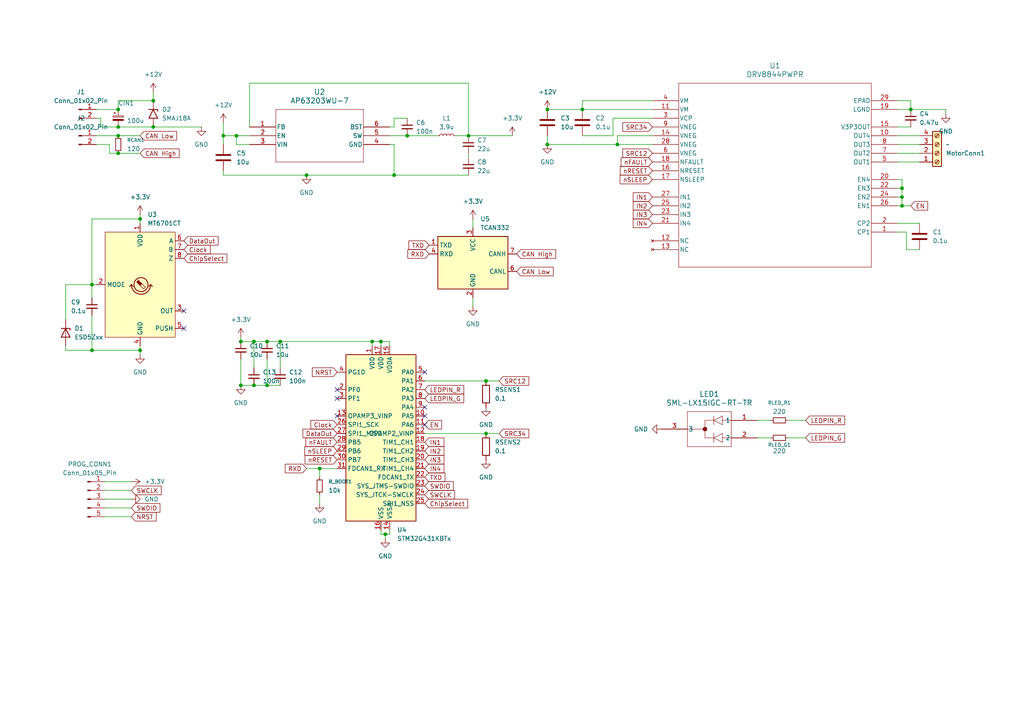
<source format=kicad_sch>
(kicad_sch (version 20250114) (generator "eeschema") (generator_version "9.0")
  (paper "A4")
  (lib_symbols
    (symbol "2026-01-14_19-35-40:DRV8844PWPR" (pin_names (offset 0.254))
      (property "Reference" "U" (at 35.56 10.16 0))
      (property "Value" "DRV8844PWPR" (at 35.56 7.62 0))
      (symbol "DRV8844PWPR_0_1"
        (polyline (pts (xy 7.62 5.08) (xy 7.62 -48.26)) (stroke (width 0.127)))
        (polyline (pts (xy 7.62 -48.26) (xy 63.5 -48.26)) (stroke (width 0.127)))
        (polyline (pts (xy 63.5 5.08) (xy 7.62 5.08)) (stroke (width 0.127)))
        (polyline (pts (xy 63.5 -48.26) (xy 63.5 5.08)) (stroke (width 0.127)))
        (pin power_in line (at 0 0 0) (length 7.62) (name "VM") (number "4"))
        (pin power_in line (at 0 -2.54 0) (length 7.62) (name "VM") (number "11"))
        (pin bidirectional line (at 0 -5.08 0) (length 7.62) (name "VCP") (number "3"))
        (pin power_in line (at 0 -7.62 0) (length 7.62) (name "VNEG") (number "9"))
        (pin power_in line (at 0 -10.16 0) (length 7.62) (name "VNEG") (number "14"))
        (pin power_in line (at 0 -12.7 0) (length 7.62) (name "VNEG") (number "28"))
        (pin power_in line (at 0 -15.24 0) (length 7.62) (name "VNEG") (number "6"))
        (pin output line (at 0 -17.78 0) (length 7.62) (name "NFAULT") (number "18"))
        (pin input line (at 0 -20.32 0) (length 7.62) (name "NRESET") (number "16"))
        (pin input line (at 0 -22.86 0) (length 7.62) (name "NSLEEP") (number "17"))
        (pin input line (at 0 -27.94 0) (length 7.62) (name "IN1") (number "27"))
        (pin input line (at 0 -30.48 0) (length 7.62) (name "IN2") (number "25"))
        (pin input line (at 0 -33.02 0) (length 7.62) (name "IN3") (number "23"))
        (pin input line (at 0 -35.56 0) (length 7.62) (name "IN4") (number "21"))
        (pin no_connect line (at 0 -40.64 0) (length 7.62) (name "NC") (number "12"))
        (pin no_connect line (at 0 -43.18 0) (length 7.62) (name "NC") (number "13"))
        (pin unspecified line (at 71.12 0 180) (length 7.62) (name "EPAD") (number "29"))
        (pin input line (at 71.12 -2.54 180) (length 7.62) (name "LGND") (number "19"))
        (pin output line (at 71.12 -7.62 180) (length 7.62) (name "V3P3OUT") (number "15"))
        (pin output line (at 71.12 -10.16 180) (length 7.62) (name "OUT4") (number "10"))
        (pin output line (at 71.12 -12.7 180) (length 7.62) (name "OUT3") (number "8"))
        (pin output line (at 71.12 -15.24 180) (length 7.62) (name "OUT2") (number "7"))
        (pin output line (at 71.12 -17.78 180) (length 7.62) (name "OUT1") (number "5"))
        (pin input line (at 71.12 -22.86 180) (length 7.62) (name "EN4") (number "20"))
        (pin input line (at 71.12 -25.4 180) (length 7.62) (name "EN3") (number "22"))
        (pin input line (at 71.12 -27.94 180) (length 7.62) (name "EN2") (number "24"))
        (pin input line (at 71.12 -30.48 180) (length 7.62) (name "EN1") (number "26"))
        (pin bidirectional line (at 71.12 -35.56 180) (length 7.62) (name "CP2") (number "2"))
        (pin bidirectional line (at 71.12 -38.1 180) (length 7.62) (name "CP1") (number "1"))
      )
    )
    (symbol "2026-01-14_20-50-36:AP63203WU-7" (pin_names (offset 0.254))
      (property "Reference" "U" (at 20.32 10.16 0))
      (property "Value" "AP63203WU-7" (at 20.32 7.62 0))
      (symbol "AP63203WU-7_0_1"
        (polyline (pts (xy 7.62 5.08) (xy 7.62 -10.16)) (stroke (width 0.127)))
        (polyline (pts (xy 7.62 -10.16) (xy 33.02 -10.16)) (stroke (width 0.127)))
        (polyline (pts (xy 33.02 5.08) (xy 7.62 5.08)) (stroke (width 0.127)))
        (polyline (pts (xy 33.02 -10.16) (xy 33.02 5.08)) (stroke (width 0.127)))
        (pin output line (at 0 0 0) (length 7.62) (name "FB") (number "1"))
        (pin input line (at 0 -2.54 0) (length 7.62) (name "EN") (number "2"))
        (pin power_in line (at 0 -5.08 0) (length 7.62) (name "VIN") (number "3"))
        (pin input line (at 40.64 0 180) (length 7.62) (name "BST") (number "6"))
        (pin output line (at 40.64 -2.54 180) (length 7.62) (name "SW") (number "5"))
        (pin power_out line (at 40.64 -5.08 180) (length 7.62) (name "GND") (number "4"))
      )
    )
    (symbol "2026-01-16_19-06-09:SML-LX15IGC-TR" (pin_names (offset 0.254))
      (property "Reference" "LED?" (at 13.97 10.16 0))
      (property "Value" "SML-LX15IGC-TR" (at 13.97 7.62 0))
      (symbol "SML-LX15IGC-TR_0_1"
        (polyline (pts (xy 7.62 5.08) (xy 7.62 -5.08)) (stroke (width 0.127)))
        (polyline (pts (xy 7.62 0) (xy 12.7 0)) (stroke (width 0.127)))
        (polyline (pts (xy 7.62 -5.08) (xy 20.32 -5.08)) (stroke (width 0.127)))
        (polyline (pts (xy 12.7 2.54) (xy 15.24 2.54)) (stroke (width 0.127)))
        (circle (center 12.7 0) (radius 0.127) (stroke (width 0.508)))
        (polyline (pts (xy 12.7 -2.54) (xy 12.7 2.54)) (stroke (width 0.127)))
        (polyline (pts (xy 12.7 -2.54) (xy 15.24 -2.54)) (stroke (width 0.127)))
        (polyline (pts (xy 15.24 2.54) (xy 17.78 3.81)) (stroke (width 0.127)))
        (polyline (pts (xy 15.24 1.27) (xy 15.24 3.81)) (stroke (width 0.127)))
        (polyline (pts (xy 15.24 -1.27) (xy 15.24 -3.81)) (stroke (width 0.127)))
        (polyline (pts (xy 15.24 -2.54) (xy 17.78 -1.27)) (stroke (width 0.127)))
        (polyline (pts (xy 17.78 3.81) (xy 17.78 1.27)) (stroke (width 0.127)))
        (polyline (pts (xy 17.78 1.27) (xy 15.24 2.54)) (stroke (width 0.127)))
        (polyline (pts (xy 17.78 -1.27) (xy 17.78 -3.81)) (stroke (width 0.127)))
        (polyline (pts (xy 17.78 -3.81) (xy 15.24 -2.54)) (stroke (width 0.127)))
        (polyline (pts (xy 20.32 5.08) (xy 7.62 5.08)) (stroke (width 0.127)))
        (polyline (pts (xy 20.32 2.54) (xy 17.78 2.54)) (stroke (width 0.127)))
        (polyline (pts (xy 20.32 -2.54) (xy 17.78 -2.54)) (stroke (width 0.127)))
        (polyline (pts (xy 20.32 -5.08) (xy 20.32 5.08)) (stroke (width 0.127)))
        (pin unspecified line (at 0 0 0) (length 7.62) (name "3") (number "3"))
        (pin unspecified line (at 27.94 2.54 180) (length 7.62) (name "1") (number "1"))
        (pin unspecified line (at 27.94 -2.54 180) (length 7.62) (name "2") (number "2"))
      )
    )
    (symbol "Connector:Conn_01x02_Pin" (pin_names (offset 1.016) (hide yes))
      (property "Reference" "J" (at 0 2.54 0))
      (property "Value" "Conn_01x02_Pin" (at 0 -5.08 0))
      (symbol "Conn_01x02_Pin_1_1"
        (rectangle (start 0.8636 0.127) (end 0 -0.127) (stroke (width 0.1524)) (fill (type outline)))
        (rectangle (start 0.8636 -2.413) (end 0 -2.667) (stroke (width 0.1524)) (fill (type outline)))
        (polyline (pts (xy 1.27 0) (xy 0.8636 0)) (stroke (width 0.1524)))
        (polyline (pts (xy 1.27 -2.54) (xy 0.8636 -2.54)) (stroke (width 0.1524)))
        (pin passive line (at 5.08 0 180) (length 3.81) (name "Pin_1") (number "1"))
        (pin passive line (at 5.08 -2.54 180) (length 3.81) (name "Pin_2") (number "2"))
      )
    )
    (symbol "Connector:Conn_01x05_Pin" (pin_names (offset 1.016) (hide yes))
      (property "Reference" "J" (at 0 7.62 0))
      (property "Value" "Conn_01x05_Pin" (at 0 -7.62 0))
      (symbol "Conn_01x05_Pin_1_1"
        (rectangle (start 0.8636 5.207) (end 0 4.953) (stroke (width 0.1524)) (fill (type outline)))
        (rectangle (start 0.8636 2.667) (end 0 2.413) (stroke (width 0.1524)) (fill (type outline)))
        (rectangle (start 0.8636 0.127) (end 0 -0.127) (stroke (width 0.1524)) (fill (type outline)))
        (rectangle (start 0.8636 -2.413) (end 0 -2.667) (stroke (width 0.1524)) (fill (type outline)))
        (rectangle (start 0.8636 -4.953) (end 0 -5.207) (stroke (width 0.1524)) (fill (type outline)))
        (polyline (pts (xy 1.27 5.08) (xy 0.8636 5.08)) (stroke (width 0.1524)))
        (polyline (pts (xy 1.27 2.54) (xy 0.8636 2.54)) (stroke (width 0.1524)))
        (polyline (pts (xy 1.27 0) (xy 0.8636 0)) (stroke (width 0.1524)))
        (polyline (pts (xy 1.27 -2.54) (xy 0.8636 -2.54)) (stroke (width 0.1524)))
        (polyline (pts (xy 1.27 -5.08) (xy 0.8636 -5.08)) (stroke (width 0.1524)))
        (pin passive line (at 5.08 5.08 180) (length 3.81) (name "Pin_1") (number "1"))
        (pin passive line (at 5.08 2.54 180) (length 3.81) (name "Pin_2") (number "2"))
        (pin passive line (at 5.08 0 180) (length 3.81) (name "Pin_3") (number "3"))
        (pin passive line (at 5.08 -2.54 180) (length 3.81) (name "Pin_4") (number "4"))
        (pin passive line (at 5.08 -5.08 180) (length 3.81) (name "Pin_5") (number "5"))
      )
    )
    (symbol "Connector:Screw_Terminal_01x04" (pin_names (offset 1.016) (hide yes))
      (property "Reference" "J" (at 0 5.08 0))
      (property "Value" "Screw_Terminal_01x04" (at 0 -7.62 0))
      (symbol "Screw_Terminal_01x04_1_1"
        (rectangle (start -1.27 3.81) (end 1.27 -6.35) (stroke (width 0.254)) (fill (type background)))
        (polyline (pts (xy -0.5334 2.8702) (xy 0.3302 2.032)) (stroke (width 0.1524)))
        (polyline (pts (xy -0.5334 0.3302) (xy 0.3302 -0.508)) (stroke (width 0.1524)))
        (polyline (pts (xy -0.5334 -2.2098) (xy 0.3302 -3.048)) (stroke (width 0.1524)))
        (polyline (pts (xy -0.5334 -4.7498) (xy 0.3302 -5.588)) (stroke (width 0.1524)))
        (polyline (pts (xy -0.3556 3.048) (xy 0.508 2.2098)) (stroke (width 0.1524)))
        (polyline (pts (xy -0.3556 0.508) (xy 0.508 -0.3302)) (stroke (width 0.1524)))
        (polyline (pts (xy -0.3556 -2.032) (xy 0.508 -2.8702)) (stroke (width 0.1524)))
        (polyline (pts (xy -0.3556 -4.572) (xy 0.508 -5.4102)) (stroke (width 0.1524)))
        (circle (center 0 2.54) (radius 0.635) (stroke (width 0.1524)))
        (circle (center 0 0) (radius 0.635) (stroke (width 0.1524)))
        (circle (center 0 -2.54) (radius 0.635) (stroke (width 0.1524)))
        (circle (center 0 -5.08) (radius 0.635) (stroke (width 0.1524)))
        (pin passive line (at -5.08 2.54 0) (length 3.81) (name "Pin_1") (number "1"))
        (pin passive line (at -5.08 0 0) (length 3.81) (name "Pin_2") (number "2"))
        (pin passive line (at -5.08 -2.54 0) (length 3.81) (name "Pin_3") (number "3"))
        (pin passive line (at -5.08 -5.08 0) (length 3.81) (name "Pin_4") (number "4"))
      )
    )
    (symbol "Device:C" (pin_numbers (hide yes)) (pin_names (offset 0.254))
      (property "Reference" "C" (at 0.635 2.54 0))
      (property "Value" "C" (at 0.635 -2.54 0))
      (symbol "C_0_1"
        (polyline (pts (xy -2.032 0.762) (xy 2.032 0.762)) (stroke (width 0.508)))
        (polyline (pts (xy -2.032 -0.762) (xy 2.032 -0.762)) (stroke (width 0.508)))
      )
      (symbol "C_1_1"
        (pin passive line (at 0 3.81 270) (length 2.794) (name "~") (number "1"))
        (pin passive line (at 0 -3.81 90) (length 2.794) (name "~") (number "2"))
      )
    )
    (symbol "Device:C_Polarized_Small" (pin_numbers (hide yes)) (pin_names (offset 0.254) (hide yes))
      (property "Reference" "C" (at 0.254 1.778 0))
      (property "Value" "C_Polarized_Small" (at 0.254 -2.032 0))
      (symbol "C_Polarized_Small_0_1"
        (rectangle (start -1.524 0.6858) (end 1.524 0.3048))
        (rectangle (start -1.524 -0.3048) (end 1.524 -0.6858) (fill (type outline)))
        (polyline (pts (xy -1.27 1.524) (xy -0.762 1.524)))
        (polyline (pts (xy -1.016 1.27) (xy -1.016 1.778)))
      )
      (symbol "C_Polarized_Small_1_1"
        (pin passive line (at 0 2.54 270) (length 1.8542) (name "~") (number "1"))
        (pin passive line (at 0 -2.54 90) (length 1.8542) (name "~") (number "2"))
      )
    )
    (symbol "Device:C_Small" (pin_numbers (hide yes)) (pin_names (offset 0.254) (hide yes))
      (property "Reference" "C" (at 0.254 1.778 0))
      (property "Value" "C_Small" (at 0.254 -2.032 0))
      (symbol "C_Small_0_1"
        (polyline (pts (xy -1.524 0.508) (xy 1.524 0.508)) (stroke (width 0.3048)))
        (polyline (pts (xy -1.524 -0.508) (xy 1.524 -0.508)) (stroke (width 0.3302)))
      )
      (symbol "C_Small_1_1"
        (pin passive line (at 0 2.54 270) (length 2.032) (name "~") (number "1"))
        (pin passive line (at 0 -2.54 90) (length 2.032) (name "~") (number "2"))
      )
    )
    (symbol "Device:L_Small" (pin_numbers (hide yes)) (pin_names (offset 0.254) (hide yes))
      (property "Reference" "L" (at 0.762 1.016 0))
      (property "Value" "L_Small" (at 0.762 -1.016 0))
      (symbol "L_Small_0_1"
        (arc (start 0 2.032) (mid 0.5058 1.524) (end 0 1.016))
        (arc (start 0 1.016) (mid 0.5058 0.508) (end 0 0))
        (arc (start 0 0) (mid 0.5058 -0.508) (end 0 -1.016))
        (arc (start 0 -1.016) (mid 0.5058 -1.524) (end 0 -2.032))
      )
      (symbol "L_Small_1_1"
        (pin passive line (at 0 2.54 270) (length 0.508) (name "~") (number "1"))
        (pin passive line (at 0 -2.54 90) (length 0.508) (name "~") (number "2"))
      )
    )
    (symbol "Device:R" (pin_numbers (hide yes)) (pin_names (offset 0))
      (property "Reference" "R" (at 2.032 0 90))
      (property "Value" "R" (at 0 0 90))
      (symbol "R_0_1"
        (rectangle (start -1.016 -2.54) (end 1.016 2.54) (stroke (width 0.254)))
      )
      (symbol "R_1_1"
        (pin passive line (at 0 3.81 270) (length 1.27) (name "~") (number "1"))
        (pin passive line (at 0 -3.81 90) (length 1.27) (name "~") (number "2"))
      )
    )
    (symbol "Device:R_Small" (pin_numbers (hide yes)) (pin_names (offset 0.254) (hide yes))
      (property "Reference" "R" (at 0 0 90))
      (property "Value" "R_Small" (at 1.778 0 90))
      (symbol "R_Small_0_1"
        (rectangle (start -0.762 1.778) (end 0.762 -1.778) (stroke (width 0.2032)))
      )
      (symbol "R_Small_1_1"
        (pin passive line (at 0 2.54 270) (length 0.762) (name "~") (number "1"))
        (pin passive line (at 0 -2.54 90) (length 0.762) (name "~") (number "2"))
      )
    )
    (symbol "Diode:ESD5Zxx" (pin_numbers (hide yes)) (pin_names (hide yes))
      (property "Reference" "D" (at 0 2.54 0))
      (property "Value" "ESD5Zxx" (at 0 -2.54 0))
      (symbol "ESD5Zxx_0_1"
        (polyline (pts (xy -1.27 -1.27) (xy -1.27 1.27) (xy -0.762 1.27)) (stroke (width 0.254)))
        (polyline (pts (xy 1.27 0) (xy -1.27 0)))
        (polyline (pts (xy 1.27 -1.27) (xy 1.27 1.27) (xy -1.27 0) (xy 1.27 -1.27)) (stroke (width 0.254)))
      )
      (symbol "ESD5Zxx_1_1"
        (pin passive line (at -3.81 0 0) (length 2.54) (name "K") (number "1"))
        (pin passive line (at 3.81 0 180) (length 2.54) (name "A") (number "2"))
      )
    )
    (symbol "Diode:SMAJ18A" (pin_numbers (hide yes)) (pin_names (offset 1.016) (hide yes))
      (property "Reference" "D" (at 0 2.54 0))
      (property "Value" "SMAJ18A" (at 0 -2.54 0))
      (symbol "SMAJ18A_0_1"
        (polyline (pts (xy -0.762 1.27) (xy -1.27 1.27) (xy -1.27 -1.27)) (stroke (width 0.254)))
        (polyline (pts (xy 1.27 1.27) (xy 1.27 -1.27) (xy -1.27 0) (xy 1.27 1.27)) (stroke (width 0.254)))
      )
      (symbol "SMAJ18A_1_1"
        (pin passive line (at -3.81 0 0) (length 2.54) (name "A1") (number "1"))
        (pin passive line (at 3.81 0 180) (length 2.54) (name "A2") (number "2"))
      )
    )
    (symbol "Interface_CAN_LIN:TCAN332"
      (property "Reference" "U" (at -10.16 8.89 0))
      (property "Value" "TCAN332" (at 2.54 8.89 0))
      (symbol "TCAN332_0_1"
        (rectangle (start -10.16 7.62) (end 10.16 -7.62) (stroke (width 0.254)) (fill (type background)))
      )
      (symbol "TCAN332_1_1"
        (pin input line (at -12.7 5.08 0) (length 2.54) (name "TXD") (number "1"))
        (pin tri_state line (at -12.7 2.54 0) (length 2.54) (name "RXD") (number "4"))
        (pin no_connect line (at -10.16 -2.54 0) (length 2.54) (hide yes) (name "NC") (number "5"))
        (pin no_connect line (at -10.16 -5.08 0) (length 2.54) (hide yes) (name "NC") (number "8"))
        (pin power_in line (at 0 10.16 270) (length 2.54) (name "VCC") (number "3"))
        (pin power_in line (at 0 -10.16 90) (length 2.54) (name "GND") (number "2"))
        (pin bidirectional line (at 12.7 2.54 180) (length 2.54) (name "CANH") (number "7"))
        (pin bidirectional line (at 12.7 -2.54 180) (length 2.54) (name "CANL") (number "6"))
      )
    )
    (symbol "MCU_ST_STM32G4:STM32G431KBTx"
      (property "Reference" "U" (at -10.16 26.67 0))
      (property "Value" "STM32G431KBTx" (at 5.08 26.67 0))
      (symbol "STM32G431KBTx_0_1"
        (rectangle (start -10.16 -22.86) (end 10.16 25.4) (stroke (width 0.254)) (fill (type background)))
      )
      (symbol "STM32G431KBTx_1_1"
        (pin bidirectional line (at -12.7 20.32 0) (length 2.54) (name "PG10") (number "4"))
        (pin bidirectional line (at -12.7 15.24 0) (length 2.54) (name "PF0") (number "2"))
        (pin bidirectional line (at -12.7 12.7 0) (length 2.54) (name "PF1") (number "3"))
        (pin bidirectional line (at -12.7 7.62 0) (length 2.54) (name "PB0") (number "13") (alternate "OPAMP2_VINP" bidirectional line) (alternate "OPAMP3_VINP" bidirectional line))
        (pin bidirectional line (at -12.7 5.08 0) (length 2.54) (name "PB3") (number "26") (alternate "SPI1_SCK" bidirectional line))
        (pin bidirectional line (at -12.7 2.54 0) (length 2.54) (name "PB4") (number "27") (alternate "SPI1_MISO" bidirectional line))
        (pin bidirectional line (at -12.7 0 0) (length 2.54) (name "PB5") (number "28"))
        (pin bidirectional line (at -12.7 -2.54 0) (length 2.54) (name "PB6") (number "29"))
        (pin bidirectional line (at -12.7 -5.08 0) (length 2.54) (name "PB7") (number "30"))
        (pin bidirectional line (at -12.7 -7.62 0) (length 2.54) (name "PB8") (number "31") (alternate "FDCAN1_RX" bidirectional line))
        (pin power_in line (at -2.54 27.94 270) (length 2.54) (name "VDD") (number "1"))
        (pin power_in line (at 0 27.94 270) (length 2.54) (name "VDD") (number "17"))
        (pin power_in line (at 0 -25.4 90) (length 2.54) (name "VSS") (number "16"))
        (pin passive line (at 0 -25.4 90) (length 2.54) (hide yes) (name "VSS") (number "32"))
        (pin power_in line (at 2.54 27.94 270) (length 2.54) (name "VDDA") (number "15"))
        (pin power_in line (at 2.54 -25.4 90) (length 2.54) (name "VSSA") (number "14"))
        (pin bidirectional line (at 12.7 20.32 180) (length 2.54) (name "PA0") (number "5"))
        (pin bidirectional line (at 12.7 17.78 180) (length 2.54) (name "PA1") (number "6") (alternate "OPAMP3_VINP" bidirectional line))
        (pin bidirectional line (at 12.7 15.24 180) (length 2.54) (name "PA2") (number "7"))
        (pin bidirectional line (at 12.7 12.7 180) (length 2.54) (name "PA3") (number "8"))
        (pin bidirectional line (at 12.7 10.16 180) (length 2.54) (name "PA4") (number "9") (alternate "SPI1_NSS" bidirectional line))
        (pin bidirectional line (at 12.7 7.62 180) (length 2.54) (name "PA5") (number "10") (alternate "SPI1_SCK" bidirectional line))
        (pin bidirectional line (at 12.7 5.08 180) (length 2.54) (name "PA6") (number "11") (alternate "SPI1_MISO" bidirectional line))
        (pin bidirectional line (at 12.7 2.54 180) (length 2.54) (name "PA7") (number "12") (alternate "OPAMP2_VINP" bidirectional line))
        (pin bidirectional line (at 12.7 0 180) (length 2.54) (name "PA8") (number "18") (alternate "TIM1_CH1" bidirectional line))
        (pin bidirectional line (at 12.7 -2.54 180) (length 2.54) (name "PA9") (number "19") (alternate "TIM1_CH2" bidirectional line))
        (pin bidirectional line (at 12.7 -5.08 180) (length 2.54) (name "PA10") (number "20") (alternate "TIM1_CH3" bidirectional line))
        (pin bidirectional line (at 12.7 -7.62 180) (length 2.54) (name "PA11") (number "21") (alternate "FDCAN1_RX" bidirectional line) (alternate "TIM1_CH4" bidirectional line))
        (pin bidirectional line (at 12.7 -10.16 180) (length 2.54) (name "PA12") (number "22") (alternate "FDCAN1_TX" bidirectional line))
        (pin bidirectional line (at 12.7 -12.7 180) (length 2.54) (name "PA13") (number "23") (alternate "SYS_JTMS-SWDIO" bidirectional line))
        (pin bidirectional line (at 12.7 -15.24 180) (length 2.54) (name "PA14") (number "24") (alternate "SYS_JTCK-SWCLK" bidirectional line))
        (pin bidirectional line (at 12.7 -17.78 180) (length 2.54) (name "PA15") (number "25") (alternate "SPI1_NSS" bidirectional line))
      )
    )
    (symbol "Sensor_Magnetic:MT6701CT"
      (property "Reference" "U" (at -9.6632 16.4397 0))
      (property "Value" "MT6701CT" (at 5.5155 16.4397 0))
      (symbol "MT6701CT_0_1"
        (polyline (pts (xy -2.54 0) (xy -3.048 -0.508)) (stroke (width 0.254)))
        (polyline (pts (xy -2.54 0) (xy -2.032 -0.508)) (stroke (width 0.254)))
        (arc (start 3.048 0) (mid 0.254 -2.7819) (end -2.54 0) (stroke (width 0.254)))
        (polyline (pts (xy 3.048 0) (xy 2.54 -0.508)) (stroke (width 0.254)))
        (polyline (pts (xy 3.048 0) (xy 3.556 -0.508)) (stroke (width 0.254)))
      )
      (symbol "MT6701CT_1_1"
        (rectangle (start -10.16 15.24) (end 10.16 -15.24) (fill (type background)))
        (polyline (pts (xy -0.508 1.27) (xy 0.508 0.254) (xy 0 -0.254) (xy -1.016 0.762) (xy -0.762 1.016) (xy -0.508 1.27) (xy -0.381 1.143)) (fill (type outline)))
        (circle (center 0.254 0) (radius 2.032) (stroke (width 0.254)))
        (polyline (pts (xy 0.508 0.254) (xy 1.524 -0.762) (xy 1.016 -1.27) (xy 0 -0.254)))
        (pin input line (at -12.7 0 0) (length 2.54) (name "MODE") (number "2"))
        (pin power_in line (at 0 17.78 270) (length 2.54) (name "VDD") (number "1"))
        (pin power_in line (at 0 -17.78 90) (length 2.54) (name "GND") (number "4"))
        (pin output line (at 12.7 12.7 180) (length 2.54) (name "A") (number "6"))
        (pin output line (at 12.7 10.16 180) (length 2.54) (name "B") (number "7"))
        (pin output line (at 12.7 7.62 180) (length 2.54) (name "Z") (number "8"))
        (pin output line (at 12.7 -7.62 180) (length 2.54) (name "OUT") (number "3"))
        (pin output line (at 12.7 -12.7 180) (length 2.54) (name "PUSH") (number "5"))
      )
    )
    (symbol "power:+12V" (power) (pin_numbers (hide yes)) (pin_names (offset 0) (hide yes))
      (property "Value" "+12V" (at 0 3.556 0))
      (symbol "+12V_0_1"
        (polyline (pts (xy -0.762 1.27) (xy 0 2.54)))
        (polyline (pts (xy 0 2.54) (xy 0.762 1.27)))
        (polyline (pts (xy 0 0) (xy 0 2.54)))
      )
      (symbol "+12V_1_1"
        (pin power_in line (at 0 0 90) (length 0) (name "~") (number "1"))
      )
    )
    (symbol "power:+3.3V" (power) (pin_numbers (hide yes)) (pin_names (offset 0) (hide yes))
      (property "Value" "+3.3V" (at 0 3.556 0))
      (symbol "+3.3V_0_1"
        (polyline (pts (xy -0.762 1.27) (xy 0 2.54)))
        (polyline (pts (xy 0 2.54) (xy 0.762 1.27)))
        (polyline (pts (xy 0 0) (xy 0 2.54)))
      )
      (symbol "+3.3V_1_1"
        (pin power_in line (at 0 0 90) (length 0) (name "~") (number "1"))
      )
    )
    (symbol "power:GND" (power) (pin_numbers (hide yes)) (pin_names (offset 0) (hide yes))
      (property "Value" "GND" (at 0 -3.81 0))
      (symbol "GND_0_1"
        (polyline (pts (xy 0 0) (xy 0 -1.27) (xy 1.27 -1.27) (xy 0 -2.54) (xy -1.27 -1.27) (xy 0 -1.27)))
      )
      (symbol "GND_1_1"
        (pin power_in line (at 0 0 270) (length 0) (name "~") (number "1"))
      )
    )
  )
  (junction (at 261.62 59.69))
  (junction (at 261.62 57.15))
  (junction (at 34.29 44.45))
  (junction (at 69.85 99.06))
  (junction (at 92.71 135.89))
  (junction (at 69.85 111.76))
  (junction (at 140.97 110.49))
  (junction (at 40.64 101.6))
  (junction (at 88.9 50.8))
  (junction (at 107.95 99.06))
  (junction (at 168.91 31.75))
  (junction (at 73.66 111.76))
  (junction (at 40.64 63.5))
  (junction (at 140.97 125.73))
  (junction (at 68.58 39.37))
  (junction (at 73.66 99.06))
  (junction (at 135.89 39.37))
  (junction (at 64.77 39.37))
  (junction (at 34.29 36.83))
  (junction (at 158.75 41.91))
  (junction (at 26.67 101.6))
  (junction (at 179.07 41.91))
  (junction (at 34.29 39.37))
  (junction (at 44.45 29.21))
  (junction (at 110.49 99.06))
  (junction (at 77.47 111.76))
  (junction (at 118.11 39.37))
  (junction (at 158.75 31.75))
  (junction (at 34.29 31.75))
  (junction (at 264.16 31.75))
  (junction (at 77.47 99.06))
  (junction (at 114.3 50.8))
  (junction (at 111.76 154.94))
  (junction (at 26.67 82.55))
  (junction (at 261.62 54.61))
  (junction (at 44.45 36.83))
  (junction (at 81.28 99.06))
  (no_connect (at 53.34 90.17))
  (no_connect (at 123.19 107.95))
  (no_connect (at 97.79 115.57))
  (no_connect (at 97.79 120.65))
  (no_connect (at 123.19 118.11))
  (no_connect (at 97.79 113.03))
  (no_connect (at 123.19 120.65))
  (no_connect (at 123.19 123.19))
  (no_connect (at 53.34 95.25))
  (wire (pts (xy 113.03 154.94) (xy 111.76 154.94)))
  (wire (pts (xy 26.67 63.5) (xy 40.64 63.5)))
  (wire (pts (xy 113.03 153.67) (xy 113.03 154.94)))
  (wire (pts (xy 140.97 110.49) (xy 144.78 110.49)))
  (wire (pts (xy 68.58 41.91) (xy 68.58 39.37)))
  (wire (pts (xy 69.85 104.14) (xy 69.85 111.76)))
  (wire (pts (xy 69.85 111.76) (xy 73.66 111.76)))
  (wire (pts (xy 123.19 110.49) (xy 140.97 110.49)))
  (wire (pts (xy 132.08 39.37) (xy 135.89 39.37)))
  (wire (pts (xy 27.94 31.75) (xy 34.29 31.75)))
  (wire (pts (xy 260.35 41.91) (xy 266.7 41.91)))
  (wire (pts (xy 40.64 63.5) (xy 40.64 64.77)))
  (wire (pts (xy 260.35 36.83) (xy 264.16 36.83)))
  (wire (pts (xy 135.89 50.8) (xy 114.3 50.8)))
  (wire (pts (xy 114.3 50.8) (xy 114.3 41.91)))
  (wire (pts (xy 34.29 39.37) (xy 27.94 39.37)))
  (wire (pts (xy 168.91 31.75) (xy 189.23 31.75)))
  (wire (pts (xy 44.45 29.21) (xy 44.45 26.67)))
  (wire (pts (xy 113.03 99.06) (xy 113.03 100.33)))
  (wire (pts (xy 30.48 139.7) (xy 38.1 139.7)))
  (wire (pts (xy 118.11 39.37) (xy 127 39.37)))
  (wire (pts (xy 110.49 99.06) (xy 110.49 100.33)))
  (wire (pts (xy 262.89 67.31) (xy 262.89 72.39)))
  (wire (pts (xy 189.23 39.37) (xy 179.07 39.37)))
  (wire (pts (xy 64.77 35.56) (xy 64.77 39.37)))
  (wire (pts (xy 73.66 111.76) (xy 77.47 111.76)))
  (wire (pts (xy 30.48 144.78) (xy 38.1 144.78)))
  (wire (pts (xy 228.6 127) (xy 233.68 127)))
  (wire (pts (xy 73.66 99.06) (xy 73.66 106.68)))
  (wire (pts (xy 260.35 67.31) (xy 262.89 67.31)))
  (wire (pts (xy 44.45 36.83) (xy 58.42 36.83)))
  (wire (pts (xy 26.67 82.55) (xy 26.67 63.5)))
  (wire (pts (xy 260.35 57.15) (xy 261.62 57.15)))
  (wire (pts (xy 64.77 49.53) (xy 64.77 50.8)))
  (wire (pts (xy 189.23 41.91) (xy 179.07 41.91)))
  (wire (pts (xy 135.89 44.45) (xy 135.89 45.72)))
  (wire (pts (xy 179.07 39.37) (xy 179.07 41.91)))
  (wire (pts (xy 107.95 99.06) (xy 110.49 99.06)))
  (wire (pts (xy 158.75 41.91) (xy 179.07 41.91)))
  (wire (pts (xy 19.05 100.33) (xy 19.05 101.6)))
  (wire (pts (xy 40.64 39.37) (xy 34.29 39.37)))
  (wire (pts (xy 264.16 31.75) (xy 274.32 31.75)))
  (wire (pts (xy 81.28 106.68) (xy 81.28 99.06)))
  (wire (pts (xy 92.71 135.89) (xy 92.71 138.43)))
  (wire (pts (xy 110.49 154.94) (xy 111.76 154.94)))
  (wire (pts (xy 77.47 104.14) (xy 77.47 111.76)))
  (wire (pts (xy 26.67 101.6) (xy 40.64 101.6)))
  (wire (pts (xy 114.3 36.83) (xy 114.3 34.29)))
  (wire (pts (xy 64.77 50.8) (xy 88.9 50.8)))
  (wire (pts (xy 177.8 39.37) (xy 177.8 34.29)))
  (wire (pts (xy 26.67 91.44) (xy 26.67 101.6)))
  (wire (pts (xy 19.05 101.6) (xy 26.67 101.6)))
  (wire (pts (xy 113.03 36.83) (xy 114.3 36.83)))
  (wire (pts (xy 261.62 57.15) (xy 261.62 59.69)))
  (wire (pts (xy 26.67 82.55) (xy 26.67 86.36)))
  (wire (pts (xy 110.49 153.67) (xy 110.49 154.94)))
  (wire (pts (xy 219.71 121.92) (xy 223.52 121.92)))
  (wire (pts (xy 110.49 99.06) (xy 113.03 99.06)))
  (wire (pts (xy 177.8 34.29) (xy 189.23 34.29)))
  (wire (pts (xy 114.3 41.91) (xy 113.03 41.91)))
  (wire (pts (xy 158.75 31.75) (xy 168.91 31.75)))
  (wire (pts (xy 69.85 99.06) (xy 73.66 99.06)))
  (wire (pts (xy 140.97 125.73) (xy 144.78 125.73)))
  (wire (pts (xy 26.67 82.55) (xy 27.94 82.55)))
  (wire (pts (xy 137.16 86.36) (xy 137.16 88.9)))
  (wire (pts (xy 264.16 29.21) (xy 264.16 31.75)))
  (wire (pts (xy 81.28 99.06) (xy 107.95 99.06)))
  (wire (pts (xy 137.16 63.5) (xy 137.16 66.04)))
  (wire (pts (xy 68.58 39.37) (xy 72.39 39.37)))
  (wire (pts (xy 40.64 102.87) (xy 40.64 101.6)))
  (wire (pts (xy 19.05 82.55) (xy 26.67 82.55)))
  (wire (pts (xy 260.35 39.37) (xy 266.7 39.37)))
  (wire (pts (xy 228.6 121.92) (xy 233.68 121.92)))
  (wire (pts (xy 135.89 24.13) (xy 135.89 39.37)))
  (wire (pts (xy 27.94 41.91) (xy 31.75 41.91)))
  (wire (pts (xy 158.75 39.37) (xy 158.75 41.91)))
  (wire (pts (xy 260.35 64.77) (xy 266.7 64.77)))
  (wire (pts (xy 97.79 135.89) (xy 92.71 135.89)))
  (wire (pts (xy 135.89 39.37) (xy 148.59 39.37)))
  (wire (pts (xy 64.77 39.37) (xy 64.77 41.91)))
  (wire (pts (xy 219.71 127) (xy 223.52 127)))
  (wire (pts (xy 30.48 149.86) (xy 38.1 149.86)))
  (wire (pts (xy 31.75 41.91) (xy 31.75 44.45)))
  (wire (pts (xy 64.77 39.37) (xy 68.58 39.37)))
  (wire (pts (xy 168.91 29.21) (xy 168.91 31.75)))
  (wire (pts (xy 261.62 52.07) (xy 261.62 54.61)))
  (wire (pts (xy 261.62 59.69) (xy 260.35 59.69)))
  (wire (pts (xy 260.35 29.21) (xy 264.16 29.21)))
  (wire (pts (xy 114.3 34.29) (xy 118.11 34.29)))
  (wire (pts (xy 27.94 34.29) (xy 29.21 34.29)))
  (wire (pts (xy 77.47 111.76) (xy 81.28 111.76)))
  (wire (pts (xy 260.35 46.99) (xy 266.7 46.99)))
  (wire (pts (xy 262.89 72.39) (xy 266.7 72.39)))
  (wire (pts (xy 29.21 34.29) (xy 29.21 36.83)))
  (wire (pts (xy 19.05 92.71) (xy 19.05 82.55)))
  (wire (pts (xy 72.39 41.91) (xy 68.58 41.91)))
  (wire (pts (xy 260.35 44.45) (xy 266.7 44.45)))
  (wire (pts (xy 77.47 99.06) (xy 81.28 99.06)))
  (wire (pts (xy 30.48 142.24) (xy 38.1 142.24)))
  (wire (pts (xy 31.75 44.45) (xy 34.29 44.45)))
  (wire (pts (xy 261.62 54.61) (xy 261.62 57.15)))
  (wire (pts (xy 40.64 101.6) (xy 40.64 100.33)))
  (wire (pts (xy 260.35 54.61) (xy 261.62 54.61)))
  (wire (pts (xy 168.91 39.37) (xy 177.8 39.37)))
  (wire (pts (xy 30.48 147.32) (xy 38.1 147.32)))
  (wire (pts (xy 135.89 24.13) (xy 72.39 24.13)))
  (wire (pts (xy 260.35 31.75) (xy 264.16 31.75)))
  (wire (pts (xy 73.66 99.06) (xy 77.47 99.06)))
  (wire (pts (xy 123.19 125.73) (xy 140.97 125.73)))
  (wire (pts (xy 92.71 143.51) (xy 92.71 146.05)))
  (wire (pts (xy 40.64 44.45) (xy 34.29 44.45)))
  (wire (pts (xy 111.76 154.94) (xy 111.76 156.21)))
  (wire (pts (xy 88.9 50.8) (xy 114.3 50.8)))
  (wire (pts (xy 264.16 59.69) (xy 261.62 59.69)))
  (wire (pts (xy 69.85 97.79) (xy 69.85 99.06)))
  (wire (pts (xy 88.9 135.89) (xy 92.71 135.89)))
  (wire (pts (xy 72.39 24.13) (xy 72.39 36.83)))
  (wire (pts (xy 260.35 52.07) (xy 261.62 52.07)))
  (wire (pts (xy 189.23 29.21) (xy 168.91 29.21)))
  (wire (pts (xy 34.29 36.83) (xy 44.45 36.83)))
  (wire (pts (xy 107.95 100.33) (xy 107.95 99.06)))
  (wire (pts (xy 40.64 62.23) (xy 40.64 63.5)))
  (wire (pts (xy 34.29 29.21) (xy 44.45 29.21)))
  (wire (pts (xy 274.32 33.02) (xy 274.32 31.75)))
  (wire (pts (xy 113.03 39.37) (xy 118.11 39.37)))
  (wire (pts (xy 34.29 29.21) (xy 34.29 31.75)))
  (wire (pts (xy 29.21 36.83) (xy 34.29 36.83)))
  (global_label "LEDPIN_R" (shape input) (at 123.19 113.03 0) (property "Intersheetrefs" "${INTERSHEET_REFS}" (effects (hide yes))))
  (global_label "SWCLK" (shape input) (at 123.19 143.51 0) (property "Intersheetrefs" "${INTERSHEET_REFS}" (effects (hide yes))))
  (global_label "Clock" (shape input) (at 53.34 72.39 0) (property "Intersheetrefs" "${INTERSHEET_REFS}" (effects (hide yes))))
  (global_label "TXD" (shape input) (at 123.19 138.43 0) (property "Intersheetrefs" "${INTERSHEET_REFS}" (effects (hide yes))))
  (global_label "SWDIO" (shape input) (at 38.1 147.32 0) (property "Intersheetrefs" "${INTERSHEET_REFS}" (effects (hide yes))))
  (global_label "IN3" (shape input) (at 123.19 133.35 0) (property "Intersheetrefs" "${INTERSHEET_REFS}" (effects (hide yes))))
  (global_label "DataOut" (shape input) (at 53.34 69.85 0) (property "Intersheetrefs" "${INTERSHEET_REFS}" (effects (hide yes))))
  (global_label "RXD" (shape input) (at 88.9 135.89 180) (property "Intersheetrefs" "${INTERSHEET_REFS}" (effects (hide yes))))
  (global_label "CAN High" (shape input) (at 40.64 44.45 0) (property "Intersheetrefs" "${INTERSHEET_REFS}" (effects (hide yes))))
  (global_label "CAN Low" (shape input) (at 40.64 39.37 0) (property "Intersheetrefs" "${INTERSHEET_REFS}" (effects (hide yes))))
  (global_label "IN3" (shape input) (at 189.23 62.23 180) (property "Intersheetrefs" "${INTERSHEET_REFS}" (effects (hide yes))))
  (global_label "RXD" (shape input) (at 124.46 73.66 180) (property "Intersheetrefs" "${INTERSHEET_REFS}" (effects (hide yes))))
  (global_label "DataOut" (shape input) (at 97.79 125.73 180) (property "Intersheetrefs" "${INTERSHEET_REFS}" (effects (hide yes))))
  (global_label "nSLEEP" (shape input) (at 189.23 52.07 180) (property "Intersheetrefs" "${INTERSHEET_REFS}" (effects (hide yes))))
  (global_label "LEDPIN_R" (shape input) (at 233.68 121.92 0) (property "Intersheetrefs" "${INTERSHEET_REFS}" (effects (hide yes))))
  (global_label "LEDPIN_G" (shape input) (at 123.19 115.57 0) (property "Intersheetrefs" "${INTERSHEET_REFS}" (effects (hide yes))))
  (global_label "TXD" (shape input) (at 124.46 71.12 180) (property "Intersheetrefs" "${INTERSHEET_REFS}" (effects (hide yes))))
  (global_label "IN4" (shape input) (at 189.23 64.77 180) (property "Intersheetrefs" "${INTERSHEET_REFS}" (effects (hide yes))))
  (global_label "SWDIO" (shape input) (at 123.19 140.97 0) (property "Intersheetrefs" "${INTERSHEET_REFS}" (effects (hide yes))))
  (global_label "EN" (shape input) (at 123.19 123.19 0) (property "Intersheetrefs" "${INTERSHEET_REFS}" (effects (hide yes))))
  (global_label "CAN Low" (shape input) (at 149.86 78.74 0) (property "Intersheetrefs" "${INTERSHEET_REFS}" (effects (hide yes))))
  (global_label "SRC12" (shape input) (at 189.23 44.45 180) (property "Intersheetrefs" "${INTERSHEET_REFS}" (effects (hide yes))))
  (global_label "SRC34" (shape input) (at 144.78 125.73 0) (property "Intersheetrefs" "${INTERSHEET_REFS}" (effects (hide yes))))
  (global_label "LEDPIN_G" (shape input) (at 233.68 127 0) (property "Intersheetrefs" "${INTERSHEET_REFS}" (effects (hide yes))))
  (global_label "EN" (shape input) (at 264.16 59.69 0) (property "Intersheetrefs" "${INTERSHEET_REFS}" (effects (hide yes))))
  (global_label "IN1" (shape input) (at 189.23 57.15 180) (property "Intersheetrefs" "${INTERSHEET_REFS}" (effects (hide yes))))
  (global_label "SRC34" (shape input) (at 189.23 36.83 180) (property "Intersheetrefs" "${INTERSHEET_REFS}" (effects (hide yes))))
  (global_label "nSLEEP" (shape input) (at 97.79 130.81 180) (property "Intersheetrefs" "${INTERSHEET_REFS}" (effects (hide yes))))
  (global_label "IN2" (shape input) (at 123.19 130.81 0) (property "Intersheetrefs" "${INTERSHEET_REFS}" (effects (hide yes))))
  (global_label "NRST" (shape input) (at 97.79 107.95 180) (property "Intersheetrefs" "${INTERSHEET_REFS}" (effects (hide yes))))
  (global_label "NRST" (shape input) (at 38.1 149.86 0) (property "Intersheetrefs" "${INTERSHEET_REFS}" (effects (hide yes))))
  (global_label "IN1" (shape input) (at 123.19 128.27 0) (property "Intersheetrefs" "${INTERSHEET_REFS}" (effects (hide yes))))
  (global_label "nRESET" (shape input) (at 97.79 133.35 180) (property "Intersheetrefs" "${INTERSHEET_REFS}" (effects (hide yes))))
  (global_label "SRC12" (shape input) (at 144.78 110.49 0) (property "Intersheetrefs" "${INTERSHEET_REFS}" (effects (hide yes))))
  (global_label "Clock" (shape input) (at 97.79 123.19 180) (property "Intersheetrefs" "${INTERSHEET_REFS}" (effects (hide yes))))
  (global_label "CAN High" (shape input) (at 149.86 73.66 0) (property "Intersheetrefs" "${INTERSHEET_REFS}" (effects (hide yes))))
  (global_label "IN2" (shape input) (at 189.23 59.69 180) (property "Intersheetrefs" "${INTERSHEET_REFS}" (effects (hide yes))))
  (global_label "SWCLK" (shape input) (at 38.1 142.24 0) (property "Intersheetrefs" "${INTERSHEET_REFS}" (effects (hide yes))))
  (global_label "ChipSelect" (shape input) (at 53.34 74.93 0) (property "Intersheetrefs" "${INTERSHEET_REFS}" (effects (hide yes))))
  (global_label "IN4" (shape input) (at 123.19 135.89 0) (property "Intersheetrefs" "${INTERSHEET_REFS}" (effects (hide yes))))
  (global_label "nFAULT" (shape input) (at 97.79 128.27 180) (property "Intersheetrefs" "${INTERSHEET_REFS}" (effects (hide yes))))
  (global_label "ChipSelect" (shape input) (at 123.19 146.05 0) (property "Intersheetrefs" "${INTERSHEET_REFS}" (effects (hide yes))))
  (global_label "nRESET" (shape input) (at 189.23 49.53 180) (property "Intersheetrefs" "${INTERSHEET_REFS}" (effects (hide yes))))
  (global_label "nFAULT" (shape input) (at 189.23 46.99 180) (property "Intersheetrefs" "${INTERSHEET_REFS}" (effects (hide yes))))
  (symbol (lib_id "power:GND") (at 111.76 156.21 0) (unit 1)
    (property "Reference" "#PWR018" (effects (hide yes)))
    (property "Value" "GND" (at 111.76 161.29 0))
    (property "Description" "Power symbol creates a global label with name \"GND\" , ground" (effects (hide yes)))
  )
  (symbol (lib_id "Device:C_Small") (at 135.89 41.91 0) (unit 1)
    (property "Reference" "C7" (at 138.43 40.6462 0) (effects (justify left)))
    (property "Value" "22u" (at 138.43 43.1862 0) (effects (justify left)))
    (property "Footprint" "Capacitor_SMD:C_0805_2012Metric" (effects (hide yes)))
    (property "Description" "Unpolarized capacitor, small symbol" (effects (hide yes)))
  )
  (symbol (lib_id "power:GND") (at 140.97 118.11 0) (unit 1)
    (property "Reference" "#PWR016" (effects (hide yes)))
    (property "Value" "GND" (at 140.97 123.19 0))
    (property "Description" "Power symbol creates a global label with name \"GND\" , ground" (effects (hide yes)))
  )
  (symbol (lib_id "power:GND") (at 40.64 102.87 0) (unit 1)
    (property "Reference" "#PWR09" (effects (hide yes)))
    (property "Value" "GND" (at 40.64 107.95 0))
    (property "Description" "Power symbol creates a global label with name \"GND\" , ground" (effects (hide yes)))
  )
  (symbol (lib_id "Device:C_Small") (at 135.89 48.26 0) (unit 1)
    (property "Reference" "C8" (at 138.43 46.9962 0) (effects (justify left)))
    (property "Value" "22u" (at 138.43 49.5362 0) (effects (justify left)))
    (property "Footprint" "Capacitor_SMD:C_0805_2012Metric" (effects (hide yes)))
    (property "Description" "Unpolarized capacitor, small symbol" (effects (hide yes)))
  )
  (symbol (lib_id "power:GND") (at 92.71 146.05 0) (unit 1)
    (property "Reference" "#PWR010" (effects (hide yes)))
    (property "Value" "GND" (at 92.71 151.13 0))
    (property "Description" "Power symbol creates a global label with name \"GND\" , ground" (effects (hide yes)))
  )
  (symbol (lib_id "MCU_ST_STM32G4:STM32G431KBTx") (at 110.49 128.27 0) (unit 1)
    (property "Reference" "U4" (at 115.1733 153.67 0) (effects (justify left)))
    (property "Value" "STM32G431KBTx" (at 115.1733 156.21 0) (effects (justify left)))
    (property "Footprint" "Package_QFP:LQFP-32_7x7mm_P0.8mm" (effects (hide yes)))
    (property "Datasheet" "https://www.st.com/resource/en/datasheet/stm32g431kb.pdf" (effects (hide yes)))
    (property "Description" "STMicroelectronics Arm Cortex-M4 MCU, 128KB flash, 32KB RAM, 170 MHz, 1.71-3.6V, 26 GPIO, LQFP32" (effects (hide yes)))
    (pin "13" (alternate "OPAMP3_VINP"))
    (pin "26" (alternate "SPI1_SCK"))
    (pin "27" (alternate "SPI1_MISO"))
    (pin "31" (alternate "FDCAN1_RX"))
    (pin "12" (alternate "OPAMP2_VINP"))
    (pin "18" (alternate "TIM1_CH1"))
    (pin "19" (alternate "TIM1_CH2"))
    (pin "20" (alternate "TIM1_CH3"))
    (pin "21" (alternate "TIM1_CH4"))
    (pin "22" (alternate "FDCAN1_TX"))
    (pin "23" (alternate "SYS_JTMS-SWDIO"))
    (pin "24" (alternate "SYS_JTCK-SWCLK"))
    (pin "25" (alternate "SPI1_NSS"))
  )
  (symbol (lib_id "Device:R") (at 140.97 129.54 0) (unit 1)
    (property "Reference" "RSENS2" (at 143.51 128.2699 0) (effects (justify left)))
    (property "Value" "0.1" (at 143.51 130.8099 0) (effects (justify left)))
    (property "Footprint" "Resistor_SMD:R_1206_3216Metric" (effects (hide yes)))
    (property "Description" "Resistor" (effects (hide yes)))
  )
  (symbol (lib_id "power:GND") (at 191.77 124.46 270) (unit 1)
    (property "Reference" "#PWR013" (effects (hide yes)))
    (property "Value" "GND" (at 187.96 124.4599 90) (effects (justify right)))
    (property "Description" "Power symbol creates a global label with name \"GND\" , ground" (effects (hide yes)))
  )
  (symbol (lib_id "Device:R_Small") (at 226.06 121.92 270) (unit 1)
    (property "Reference" "RLED_R1" (at 226.06 116.84 90) (effects (font (size 1.016 1.016))))
    (property "Value" "220" (at 226.06 119.38 90))
    (property "Footprint" "Resistor_SMD:R_0603_1608Metric" (effects (hide yes)))
    (property "Description" "Resistor, small symbol" (effects (hide yes)))
  )
  (symbol (lib_id "Device:C_Small") (at 77.47 101.6 0) (unit 1)
    (property "Reference" "C11" (at 80.01 100.3362 0) (effects (justify left)))
    (property "Value" "10u" (at 80.01 102.8762 0) (effects (justify left)))
    (property "Footprint" "Capacitor_SMD:C_0805_2012Metric" (effects (hide yes)))
    (property "Description" "Unpolarized capacitor, small symbol" (effects (hide yes)))
  )
  (symbol (lib_id "2026-01-16_19-06-09:SML-LX15IGC-TR") (at 191.77 124.46 0) (unit 1)
    (property "Reference" "LED1" (at 205.74 114.3 0) (effects (font (size 1.524 1.524))))
    (property "Value" "SML-LX15IGC-RT-TR" (at 205.74 116.84 0) (effects (font (size 1.524 1.524))))
    (property "Footprint" "SML:SML-LX15_LUM" (effects (hide yes)))
    (property "Datasheet" "SML-LX15IGC-TR" (effects (hide yes)))
  )
  (symbol (lib_id "Device:L_Small") (at 129.54 39.37 90) (unit 1)
    (property "Reference" "L1" (at 129.54 34.29 90))
    (property "Value" "3.9u" (at 129.54 36.83 90))
    (property "Footprint" "Inductor_SMD_Wurth:L_Wurth_WE-LQSH-4020" (effects (hide yes)))
    (property "Description" "Inductor, small symbol" (effects (hide yes)))
  )
  (symbol (lib_id "Device:C_Small") (at 81.28 109.22 0) (unit 1)
    (property "Reference" "C12" (at 83.82 107.9562 0) (effects (justify left)))
    (property "Value" "100n" (at 83.82 110.4962 0) (effects (justify left)))
    (property "Footprint" "Capacitor_SMD:C_0603_1608Metric" (effects (hide yes)))
    (property "Description" "Unpolarized capacitor, small symbol" (effects (hide yes)))
  )
  (symbol (lib_id "Device:C") (at 158.75 35.56 0) (unit 1)
    (property "Reference" "C3" (at 162.56 34.2899 0) (effects (justify left)))
    (property "Value" "10u" (at 162.56 36.8299 0) (effects (justify left)))
    (property "Footprint" "Capacitor_SMD:C_0805_2012Metric" (effects (hide yes)))
    (property "Description" "Unpolarized capacitor" (effects (hide yes)))
  )
  (symbol (lib_id "power:GND") (at 88.9 50.8 0) (unit 1)
    (property "Reference" "#PWR06" (effects (hide yes)))
    (property "Value" "GND" (at 88.9 55.88 0))
    (property "Description" "Power symbol creates a global label with name \"GND\" , ground" (effects (hide yes)))
  )
  (symbol (lib_id "2026-01-14_20-50-36:AP63203WU-7") (at 72.39 36.83 0) (unit 1)
    (property "Reference" "U2" (at 92.71 26.67 0) (effects (font (size 1.524 1.524))))
    (property "Value" "AP63203WU-7" (at 92.71 29.21 0) (effects (font (size 1.524 1.524))))
    (property "Footprint" "AP63203:AP63203WU-7_DIO-L" (effects (hide yes)))
    (property "Datasheet" "AP63203WU-7" (effects (hide yes)))
  )
  (symbol (lib_id "Device:C") (at 168.91 35.56 0) (unit 1)
    (property "Reference" "C2" (at 172.72 34.2899 0) (effects (justify left)))
    (property "Value" "0.1u" (at 172.72 36.8299 0) (effects (justify left)))
    (property "Footprint" "Capacitor_SMD:C_0603_1608Metric" (effects (hide yes)))
    (property "Description" "Unpolarized capacitor" (effects (hide yes)))
  )
  (symbol (lib_id "Device:C") (at 266.7 68.58 0) (unit 1)
    (property "Reference" "C1" (at 270.51 67.3099 0) (effects (justify left)))
    (property "Value" "0.1u" (at 270.51 69.8499 0) (effects (justify left)))
    (property "Footprint" "Capacitor_SMD:C_0603_1608Metric" (effects (hide yes)))
    (property "Description" "Unpolarized capacitor" (effects (hide yes)))
  )
  (symbol (lib_id "power:GND") (at 158.75 41.91 0) (unit 1)
    (property "Reference" "#PWR01" (effects (hide yes)))
    (property "Value" "GND" (at 158.75 46.99 0))
    (property "Description" "Power symbol creates a global label with name \"GND\" , ground" (effects (hide yes)))
  )
  (symbol (lib_id "Device:C_Small") (at 26.67 88.9 0) (unit 1)
    (property "Reference" "C9" (at 20.574 87.63 0) (effects (justify left)))
    (property "Value" "0.1u" (at 20.574 90.17 0) (effects (justify left)))
    (property "Footprint" "Capacitor_SMD:C_0603_1608Metric" (effects (hide yes)))
    (property "Description" "Unpolarized capacitor, small symbol" (effects (hide yes)))
  )
  (symbol (lib_id "Diode:SMAJ18A") (at 44.45 33.02 270) (unit 1)
    (property "Reference" "D2" (at 46.99 31.7499 90) (effects (justify left)))
    (property "Value" "SMAJ18A" (at 46.99 34.2899 90) (effects (justify left)))
    (property "Footprint" "Diode_SMD:D_SMA" (effects (hide yes)))
    (property "Datasheet" "https://www.littelfuse.com/media?resourcetype=datasheets&itemid=75e32973-b177-4ee3-a0ff-cedaf1abdb93&filename=smaj-datasheet" (effects (hide yes)))
    (property "Description" "400W unidirectional Transient Voltage Suppressor, 18.0Vr, SMA(DO-214AC)" (effects (hide yes)))
  )
  (symbol (lib_id "power:+12V") (at 64.77 35.56 0) (unit 1)
    (property "Reference" "#PWR05" (effects (hide yes)))
    (property "Value" "+12V" (at 64.77 30.48 0))
    (property "Description" "Power symbol creates a global label with name \"+12V\"" (effects (hide yes)))
  )
  (symbol (lib_id "power:+12V") (at 158.75 31.75 0) (unit 1)
    (property "Reference" "#PWR021" (effects (hide yes)))
    (property "Value" "+12V" (at 158.75 26.67 0))
    (property "Description" "Power symbol creates a global label with name \"+12V\"" (effects (hide yes)))
  )
  (symbol (lib_id "power:GND") (at 58.42 36.83 0) (unit 1)
    (property "Reference" "#PWR04" (effects (hide yes)))
    (property "Value" "GND" (at 58.42 41.91 0))
    (property "Description" "Power symbol creates a global label with name \"GND\" , ground" (effects (hide yes)))
  )
  (symbol (lib_id "Device:R_Small") (at 34.29 41.91 0) (unit 1)
    (property "Reference" "RCAN1" (at 36.83 40.6399 0) (effects (font (size 1.016 1.016)) (justify left)))
    (property "Value" "120" (at 36.83 43.1799 0) (effects (justify left)))
    (property "Footprint" "Resistor_SMD:R_0805_2012Metric" (effects (hide yes)))
    (property "Description" "Resistor, small symbol" (effects (hide yes)))
  )
  (symbol (lib_id "power:GND") (at 38.1 144.78 90) (unit 1)
    (property "Reference" "#PWR014" (effects (hide yes)))
    (property "Value" "GND" (at 41.91 144.7799 90) (effects (justify right)))
    (property "Description" "Power symbol creates a global label with name \"GND\" , ground" (effects (hide yes)))
  )
  (symbol (lib_id "power:GND") (at 69.85 111.76 0) (unit 1)
    (property "Reference" "#PWR020" (effects (hide yes)))
    (property "Value" "GND" (at 69.85 116.84 0))
    (property "Description" "Power symbol creates a global label with name \"GND\" , ground" (effects (hide yes)))
  )
  (symbol (lib_id "power:+12V") (at 44.45 26.67 0) (unit 1)
    (property "Reference" "#PWR03" (effects (hide yes)))
    (property "Value" "+12V" (at 44.45 21.59 0))
    (property "Description" "Power symbol creates a global label with name \"+12V\"" (effects (hide yes)))
  )
  (symbol (lib_id "Device:R_Small") (at 92.71 140.97 0) (unit 1)
    (property "Reference" "R_BOOT1" (at 95.25 139.6999 0) (effects (font (size 1.016 1.016)) (justify left)))
    (property "Value" "10k" (at 95.25 142.2399 0) (effects (justify left)))
    (property "Footprint" "Resistor_SMD:R_0603_1608Metric" (effects (hide yes)))
    (property "Description" "Resistor, small symbol" (effects (hide yes)))
  )
  (symbol (lib_id "Connector:Conn_01x02_Pin") (at 22.86 39.37 0) (unit 1)
    (property "Reference" "J2" (at 23.495 34.29 0))
    (property "Value" "Conn_01x02_Pin" (at 23.495 36.83 0))
    (property "Footprint" "Connector_JST:JST_EH_B2B-EH-A_1x02_P2.50mm_Vertical" (effects (hide yes)))
    (property "Description" "Generic connector, single row, 01x02, script generated" (effects (hide yes)))
  )
  (symbol (lib_id "power:+3.3V") (at 38.1 139.7 270) (unit 1)
    (property "Reference" "#PWR015" (effects (hide yes)))
    (property "Value" "+3.3V" (at 41.91 139.6999 90) (effects (justify left)))
    (property "Description" "Power symbol creates a global label with name \"+3.3V\"" (effects (hide yes)))
  )
  (symbol (lib_id "Sensor_Magnetic:MT6701CT") (at 40.64 82.55 0) (unit 1)
    (property "Reference" "U3" (at 42.7833 62.23 0) (effects (justify left)))
    (property "Value" "MT6701CT" (at 42.7833 64.77 0) (effects (justify left)))
    (property "Footprint" "Package_SO:SO-8_3.9x4.9mm_P1.27mm" (effects (hide yes)))
    (property "Datasheet" "https://www.magntek.com.cn/upload/MT6701_Rev.1.5.pdf" (effects (hide yes)))
    (property "Description" "Hall Based Angle Position Encoder Sensor, I2C, SSI, ABZ & UVW interfaces, 3.3..5V supply, SOIC-8" (effects (hide yes)))
  )
  (symbol (lib_id "power:+3.3V") (at 148.59 39.37 0) (unit 1)
    (property "Reference" "#PWR07" (effects (hide yes)))
    (property "Value" "+3.3V" (at 148.59 34.29 0))
    (property "Description" "Power symbol creates a global label with name \"+3.3V\"" (effects (hide yes)))
  )
  (symbol (lib_id "power:GND") (at 140.97 133.35 0) (unit 1)
    (property "Reference" "#PWR017" (effects (hide yes)))
    (property "Value" "GND" (at 140.97 138.43 0))
    (property "Description" "Power symbol creates a global label with name \"GND\" , ground" (effects (hide yes)))
  )
  (symbol (lib_id "Connector:Screw_Terminal_01x04") (at 271.78 44.45 0) (mirror x) (unit 1)
    (property "Reference" "MotorConn1" (at 274.32 44.4501 0) (effects (justify left)))
    (property "Value" "~" (at 274.32 41.9101 0) (effects (justify left)))
    (property "Footprint" "TerminalBlock_Phoenix:TerminalBlock_Phoenix_PT-1,5-4-3.5-H_1x04_P3.50mm_Horizontal" (effects (hide yes)))
    (property "Description" "Generic screw terminal, single row, 01x04, script generated (kicad-library-utils/schlib/autogen/connector/)" (effects (hide yes)))
  )
  (symbol (lib_id "Device:R") (at 140.97 114.3 0) (unit 1)
    (property "Reference" "RSENS1" (at 143.51 113.0299 0) (effects (justify left)))
    (property "Value" "0.1" (at 143.51 115.5699 0) (effects (justify left)))
    (property "Footprint" "Resistor_SMD:R_1206_3216Metric" (effects (hide yes)))
    (property "Description" "Resistor" (effects (hide yes)))
  )
  (symbol (lib_id "power:GND") (at 137.16 88.9 0) (unit 1)
    (property "Reference" "#PWR011" (effects (hide yes)))
    (property "Value" "GND" (at 137.16 93.98 0))
    (property "Description" "Power symbol creates a global label with name \"GND\" , ground" (effects (hide yes)))
  )
  (symbol (lib_id "Device:C_Small") (at 118.11 36.83 0) (unit 1)
    (property "Reference" "C6" (at 120.65 35.5662 0) (effects (justify left)))
    (property "Value" "100n" (at 120.65 38.1062 0) (effects (justify left)))
    (property "Footprint" "Capacitor_SMD:C_0603_1608Metric" (effects (hide yes)))
    (property "Description" "Unpolarized capacitor, small symbol" (effects (hide yes)))
  )
  (symbol (lib_id "2026-01-14_19-35-40:DRV8844PWPR") (at 189.23 29.21 0) (unit 1)
    (property "Reference" "U1" (at 224.79 19.05 0) (effects (font (size 1.524 1.524))))
    (property "Value" "DRV8844PWPR" (at 224.79 21.59 0) (effects (font (size 1.524 1.524))))
    (property "Footprint" "DRV8844:PWP28_5P18X3P1-L" (effects (hide yes)))
    (property "Datasheet" "https://www.ti.com/lit/gpn/drv8844" (effects (hide yes)))
  )
  (symbol (lib_id "Connector:Conn_01x05_Pin") (at 25.4 144.78 0) (unit 1)
    (property "Reference" "PROG_CONN1" (at 26.035 134.62 0))
    (property "Value" "Conn_01x05_Pin" (at 26.035 137.16 0))
    (property "Footprint" "TestPoint:TestPoint_Pad_D1.0mm" (effects (hide yes)))
    (property "Description" "Generic connector, single row, 01x05, script generated" (effects (hide yes)))
  )
  (symbol (lib_id "power:+3.3V") (at 137.16 63.5 0) (unit 1)
    (property "Reference" "#PWR012" (effects (hide yes)))
    (property "Value" "+3.3V" (at 137.16 58.42 0))
    (property "Description" "Power symbol creates a global label with name \"+3.3V\"" (effects (hide yes)))
  )
  (symbol (lib_id "Device:C_Small") (at 73.66 109.22 0) (unit 1)
    (property "Reference" "C13" (at 76.2 107.9562 0) (effects (justify left)))
    (property "Value" "100n" (at 76.2 110.4962 0) (effects (justify left)))
    (property "Footprint" "Capacitor_SMD:C_0603_1608Metric" (effects (hide yes)))
    (property "Description" "Unpolarized capacitor, small symbol" (effects (hide yes)))
  )
  (symbol (lib_id "Diode:ESD5Zxx") (at 19.05 96.52 270) (unit 1)
    (property "Reference" "D1" (at 21.59 95.2499 90) (effects (justify left)))
    (property "Value" "ESD5Zxx" (at 21.59 97.7899 90) (effects (justify left)))
    (property "Footprint" "Diode_SMD:D_SOD-523" (effects (hide yes)))
    (property "Datasheet" "https://www.onsemi.com/pdf/datasheet/esd5z2.5t1-d.pdf" (effects (hide yes)))
    (property "Description" "ESD Protection Diode, SOD-523" (effects (hide yes)))
  )
  (symbol (lib_id "Interface_CAN_LIN:TCAN332") (at 137.16 76.2 0) (unit 1)
    (property "Reference" "U5" (at 139.3033 63.5 0) (effects (justify left)))
    (property "Value" "TCAN332" (at 139.3033 66.04 0) (effects (justify left)))
    (property "Footprint" "TCAN332:D0008A_L" (effects (hide yes)))
    (property "Datasheet" "http://www.ti.com/lit/ds/symlink/tcan337.pdf" (effects (hide yes)))
    (property "Description" "High-Speed CAN Transceiver, 1Mbps, 3.3V supply, SOT-23-8/SOIC-8" (effects (hide yes)))
  )
  (symbol (lib_id "Device:C") (at 64.77 45.72 0) (unit 1)
    (property "Reference" "C5" (at 68.58 44.4499 0) (effects (justify left)))
    (property "Value" "10u" (at 68.58 46.9899 0) (effects (justify left)))
    (property "Footprint" "Capacitor_SMD:C_0805_2012Metric" (effects (hide yes)))
    (property "Description" "Unpolarized capacitor" (effects (hide yes)))
  )
  (symbol (lib_id "Device:C_Polarized_Small") (at 34.29 34.29 0) (unit 1)
    (property "Reference" "CIN1" (at 34.29 29.9338 0) (effects (justify left)))
    (property "Value" "100u" (at 36.83 35.0138 0) (effects (justify left)))
    (property "Footprint" "Capacitor_SMD:CP_Elec_6.3x7.7" (effects (hide yes)))
    (property "Description" "Polarized capacitor, small symbol" (effects (hide yes)))
  )
  (symbol (lib_id "power:+3.3V") (at 40.64 62.23 0) (unit 1)
    (property "Reference" "#PWR08" (effects (hide yes)))
    (property "Value" "+3.3V" (at 40.64 57.15 0))
    (property "Description" "Power symbol creates a global label with name \"+3.3V\"" (effects (hide yes)))
  )
  (symbol (lib_id "Device:C_Small") (at 264.16 34.29 0) (unit 1)
    (property "Reference" "C4" (at 266.7 33.0262 0) (effects (justify left)))
    (property "Value" "0.47u" (at 266.7 35.5662 0) (effects (justify left)))
    (property "Footprint" "Capacitor_SMD:C_0603_1608Metric" (effects (hide yes)))
    (property "Description" "Unpolarized capacitor, small symbol" (effects (hide yes)))
  )
  (symbol (lib_id "power:+3.3V") (at 69.85 97.79 0) (unit 1)
    (property "Reference" "#PWR019" (effects (hide yes)))
    (property "Value" "+3.3V" (at 69.85 92.71 0))
    (property "Description" "Power symbol creates a global label with name \"+3.3V\"" (effects (hide yes)))
  )
  (symbol (lib_id "Device:R_Small") (at 226.06 127 90) (unit 1)
    (property "Reference" "RLED_G1" (at 226.06 129.032 90) (effects (font (size 1.016 1.016))))
    (property "Value" "220" (at 226.06 130.81 90))
    (property "Footprint" "Resistor_SMD:R_0603_1608Metric" (effects (hide yes)))
    (property "Description" "Resistor, small symbol" (effects (hide yes)))
  )
  (symbol (lib_id "power:GND") (at 274.32 33.02 0) (unit 1)
    (property "Reference" "#PWR02" (effects (hide yes)))
    (property "Value" "GND" (at 274.32 38.1 0))
    (property "Description" "Power symbol creates a global label with name \"GND\" , ground" (effects (hide yes)))
  )
  (symbol (lib_id "Device:C_Small") (at 69.85 101.6 0) (unit 1)
    (property "Reference" "C10" (at 72.39 100.3362 0) (effects (justify left)))
    (property "Value" "10u" (at 72.39 102.8762 0) (effects (justify left)))
    (property "Footprint" "Capacitor_SMD:C_0805_2012Metric" (effects (hide yes)))
    (property "Description" "Unpolarized capacitor, small symbol" (effects (hide yes)))
  )
  (symbol (lib_id "Connector:Conn_01x02_Pin") (at 22.86 31.75 0) (unit 1)
    (property "Reference" "J1" (at 23.495 26.67 0))
    (property "Value" "Conn_01x02_Pin" (at 23.495 29.21 0))
    (property "Footprint" "TerminalBlock_Phoenix:TerminalBlock_Phoenix_PT-1,5-2-3.5-H_1x02_P3.50mm_Horizontal" (effects (hide yes)))
    (property "Description" "Generic connector, single row, 01x02, script generated" (effects (hide yes)))
  )
)
</source>
